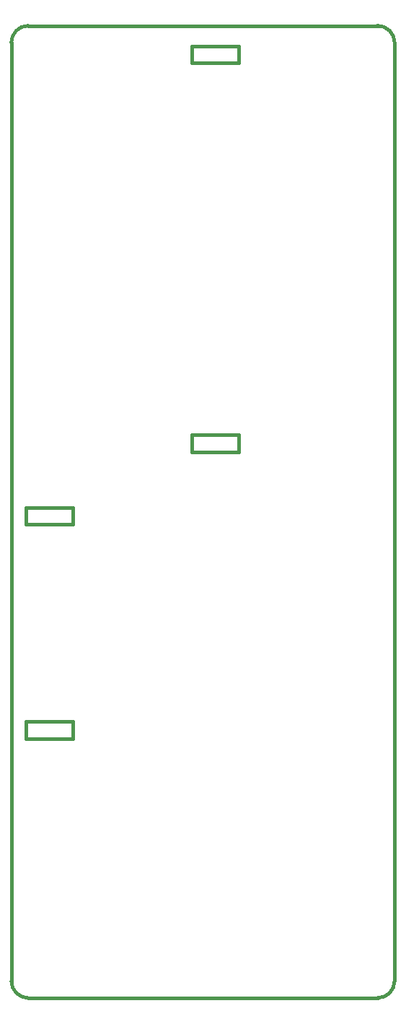
<source format=gbr>
G04 #@! TF.GenerationSoftware,KiCad,Pcbnew,5.0.2-bee76a0~70~ubuntu18.04.1*
G04 #@! TF.CreationDate,2019-09-06T11:27:55+02:00*
G04 #@! TF.ProjectId,sensor_board,73656e73-6f72-45f6-926f-6172642e6b69,1.0*
G04 #@! TF.SameCoordinates,Original*
G04 #@! TF.FileFunction,Profile,NP*
%FSLAX46Y46*%
G04 Gerber Fmt 4.6, Leading zero omitted, Abs format (unit mm)*
G04 Created by KiCad (PCBNEW 5.0.2-bee76a0~70~ubuntu18.04.1) date vie 06 sep 2019 11:27:55 CEST*
%MOMM*%
%LPD*%
G01*
G04 APERTURE LIST*
%ADD10C,0.381000*%
G04 APERTURE END LIST*
D10*
X158000000Y-159000000D02*
X156000000Y-159000000D01*
X158000000Y-45000000D02*
X156000000Y-45000000D01*
X160000000Y-157000000D02*
G75*
G02X158000000Y-159000000I-2000000J0D01*
G01*
X156000000Y-159000000D02*
X117000000Y-159000000D01*
X160000000Y-47000000D02*
X160000000Y-157000000D01*
X115000000Y-47000000D02*
X115000000Y-157000000D01*
X156000000Y-45000000D02*
X117000000Y-45000000D01*
X158000000Y-45000000D02*
G75*
G02X160000000Y-47000000I0J-2000000D01*
G01*
X115000000Y-47000000D02*
G75*
G02X117000000Y-45000000I2000000J0D01*
G01*
X117000000Y-159000000D02*
G75*
G02X115000000Y-157000000I0J2000000D01*
G01*
X122200000Y-128600000D02*
X122200000Y-126600000D01*
X122200000Y-126600000D02*
X116700000Y-126600000D01*
X116700000Y-128600000D02*
X122200000Y-128600000D01*
X116700000Y-126600000D02*
X116700000Y-128600000D01*
X122200000Y-103500000D02*
X122200000Y-101500000D01*
X122200000Y-101500000D02*
X116700000Y-101500000D01*
X116700000Y-103500000D02*
X122200000Y-103500000D01*
X116700000Y-101500000D02*
X116700000Y-103500000D01*
X141700000Y-49400000D02*
X141700000Y-47400000D01*
X141700000Y-47400000D02*
X136200000Y-47400000D01*
X136200000Y-49400000D02*
X141700000Y-49400000D01*
X136200000Y-47400000D02*
X136200000Y-49400000D01*
X141700000Y-95000000D02*
X141700000Y-93000000D01*
X136200000Y-95000000D02*
X141700000Y-95000000D01*
X136200000Y-93000000D02*
X136200000Y-95000000D01*
X141700000Y-93000000D02*
X136200000Y-93000000D01*
M02*

</source>
